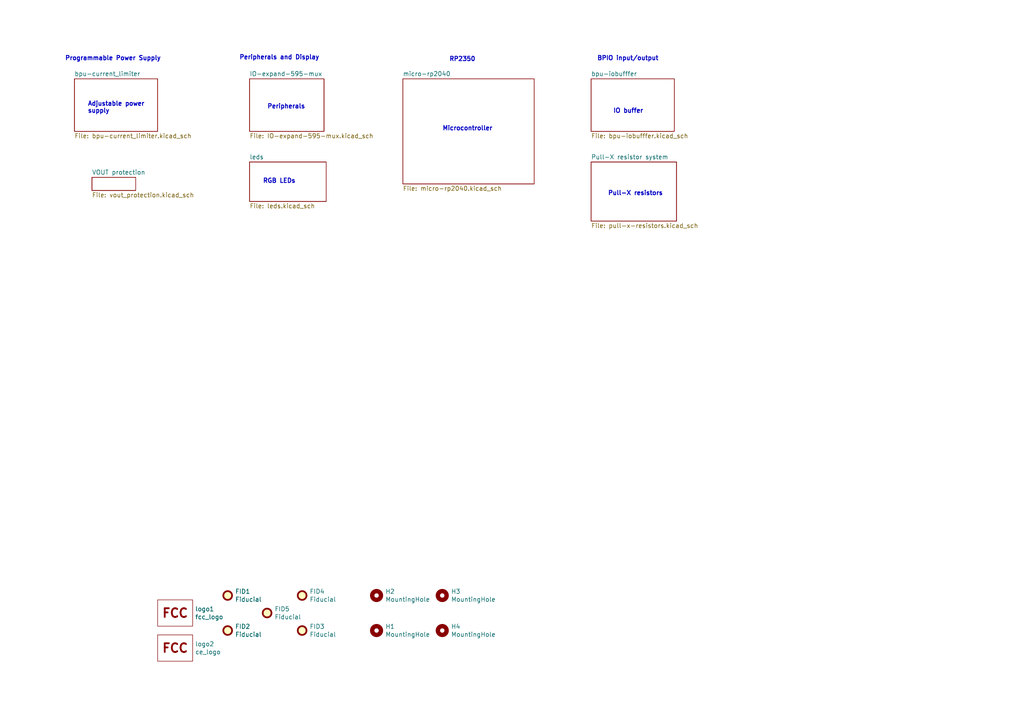
<source format=kicad_sch>
(kicad_sch (version 20250114) (generator "eeschema") (generator_version "9.0")
  (paper "A4")
  (lib_symbols
    (symbol "DP_logo_kicad:fcc_logo" (pin_names (offset 1.016))
      (property "Reference" "logo" (at 0 5.08 0))
      (property "Value" "fcc_logo" (at 0 -5.08 0))
      (symbol "fcc_logo_0_0"
        (rectangle (start -5.08 3.81) (end 5.08 -3.81))
        (text "FCC" (at 0 0 0) (effects (font (size 2.54 2.54) (bold yes))))
      )
    )
    (symbol "Mechanical:Fiducial"
      (property "Reference" "FID" (at 0 5.08 0))
      (property "Value" "Fiducial" (at 0 3.175 0))
      (symbol "Fiducial_0_1"
        (circle (center 0 0) (radius 1.27) (stroke (width 0.508)) (fill (type background)))
      )
    )
    (symbol "Mechanical:MountingHole" (pin_names (offset 1.016))
      (property "Reference" "H" (at 0 5.08 0))
      (property "Value" "MountingHole" (at 0 3.175 0))
      (symbol "MountingHole_0_1"
        (circle (center 0 0) (radius 1.27) (stroke (width 1.27)))
      )
    )
  )
  (text "Microcontroller" (at 128.27 38.1 0) (effects (font (size 1.27 1.27) (thickness 0.254) (bold yes)) (justify left bottom)))
  (text "Programmable Power Supply" (at 32.766 17.018 0) (effects (font (size 1.27 1.27) (thickness 0.254) (bold yes))))
  (text "BPIO input/output" (at 182.118 17.018 0) (effects (font (size 1.27 1.27) (thickness 0.254) (bold yes))))
  (text "Adjustable power \nsupply" (at 25.4 33.02 0) (effects (font (size 1.27 1.27) (thickness 0.254) (bold yes)) (justify left bottom)))
  (text "Peripherals and Display" (at 81.026 16.764 0) (effects (font (size 1.27 1.27) (thickness 0.254) (bold yes))))
  (text "IO buffer" (at 177.8 33.02 0) (effects (font (size 1.27 1.27) (thickness 0.254) (bold yes)) (justify left bottom)))
  (text "Peripherals" (at 77.47 31.75 0) (effects (font (size 1.27 1.27) (thickness 0.254) (bold yes)) (justify left bottom)))
  (text "RGB LEDs" (at 76.2 53.34 0) (effects (font (size 1.27 1.27) (thickness 0.254) (bold yes)) (justify left bottom)))
  (text "Pull-X resistors" (at 176.276 56.896 0) (effects (font (size 1.27 1.27) (thickness 0.254) (bold yes)) (justify left bottom)))
  (text "RP2350" (at 134.112 17.272 0) (effects (font (size 1.27 1.27) (thickness 0.254) (bold yes))))
  (symbol (lib_id "Mechanical:MountingHole") (at 109.22 172.72 0) (unit 1) (in_bom no)
    (property "Reference" "H2" (at 111.76 171.5516 0) (effects (justify left)))
    (property "Value" "MountingHole" (at 111.76 173.863 0) (effects (justify left)))
    (property "Footprint" "MountingHole:MountingHole_3.2mm_M3" (effects (hide yes)))
  )
  (symbol (lib_id "Mechanical:MountingHole") (at 109.22 182.88 0) (unit 1) (in_bom no)
    (property "Reference" "H1" (at 111.76 181.7116 0) (effects (justify left)))
    (property "Value" "MountingHole" (at 111.76 184.023 0) (effects (justify left)))
    (property "Footprint" "MountingHole:MountingHole_3.2mm_M3" (effects (hide yes)))
  )
  (symbol (lib_id "Mechanical:MountingHole") (at 128.27 172.72 0) (unit 1) (in_bom no)
    (property "Reference" "H3" (at 130.81 171.5516 0) (effects (justify left)))
    (property "Value" "MountingHole" (at 130.81 173.863 0) (effects (justify left)))
    (property "Footprint" "MountingHole:MountingHole_3.2mm_M3" (effects (hide yes)))
  )
  (symbol (lib_id "Mechanical:MountingHole") (at 128.27 182.88 0) (unit 1) (in_bom no)
    (property "Reference" "H4" (at 130.81 181.7116 0) (effects (justify left)))
    (property "Value" "MountingHole" (at 130.81 184.023 0) (effects (justify left)))
    (property "Footprint" "MountingHole:MountingHole_3.2mm_M3" (effects (hide yes)))
  )
  (symbol (lib_id "Mechanical:Fiducial") (at 66.04 172.72 0) (unit 1) (in_bom no)
    (property "Reference" "FID1" (at 68.199 171.5516 0) (effects (justify left)))
    (property "Value" "Fiducial" (at 68.199 173.863 0) (effects (justify left)))
    (property "Footprint" "Fiducial:Fiducial_1mm_Mask2mm" (effects (hide yes)))
  )
  (symbol (lib_id "Mechanical:Fiducial") (at 66.04 182.88 0) (unit 1) (in_bom no)
    (property "Reference" "FID2" (at 68.199 181.7116 0) (effects (justify left)))
    (property "Value" "Fiducial" (at 68.199 184.023 0) (effects (justify left)))
    (property "Footprint" "Fiducial:Fiducial_1mm_Mask2mm" (effects (hide yes)))
  )
  (symbol (lib_id "Mechanical:Fiducial") (at 87.63 182.88 0) (unit 1) (in_bom no)
    (property "Reference" "FID3" (at 89.789 181.7116 0) (effects (justify left)))
    (property "Value" "Fiducial" (at 89.789 184.023 0) (effects (justify left)))
    (property "Footprint" "Fiducial:Fiducial_1mm_Mask2mm" (effects (hide yes)))
  )
  (symbol (lib_id "Mechanical:Fiducial") (at 87.63 172.72 0) (unit 1) (in_bom no)
    (property "Reference" "FID4" (at 89.789 171.5516 0) (effects (justify left)))
    (property "Value" "Fiducial" (at 89.789 173.863 0) (effects (justify left)))
    (property "Footprint" "Fiducial:Fiducial_1mm_Mask2mm" (effects (hide yes)))
  )
  (symbol (lib_id "Mechanical:Fiducial") (at 77.47 177.8 0) (unit 1) (in_bom no)
    (property "Reference" "FID5" (at 79.629 176.6316 0) (effects (justify left)))
    (property "Value" "Fiducial" (at 79.629 178.943 0) (effects (justify left)))
    (property "Footprint" "Fiducial:Fiducial_1mm_Mask2mm" (effects (hide yes)))
  )
  (symbol (lib_id "DP_logo_kicad:fcc_logo") (at 50.8 177.8 0) (unit 1) (in_bom no)
    (property "Reference" "logo1" (at 56.5912 176.6316 0) (effects (justify left)))
    (property "Value" "fcc_logo" (at 56.5912 178.943 0) (effects (justify left)))
    (property "Footprint" "dp-logo:logo_fcc" (effects (hide yes)))
  )
  (symbol (lib_id "DP_logo_kicad:fcc_logo") (at 50.8 187.96 0) (unit 1) (in_bom no)
    (property "Reference" "logo2" (at 56.5912 186.7916 0) (effects (justify left)))
    (property "Value" "ce_logo" (at 56.5912 189.103 0) (effects (justify left)))
    (property "Footprint" "Symbol:CE-Logo_11.2x8mm_SilkScreen" (effects (hide yes)))
  )
  (sheet (at 171.45 22.86) (size 24.13 15.24)
    (property "Sheetname" "bpu-iobufffer" (at 171.45 22.1484 0) (effects (justify left bottom)))
    (property "Sheetfile" "bpu-iobufffer.kicad_sch" (at 171.45 38.6846 0) (effects (justify left top)))
  )
  (sheet (at 21.59 22.86) (size 24.13 15.24)
    (property "Sheetname" "bpu-current_limiter" (at 21.59 22.1484 0) (effects (justify left bottom)))
    (property "Sheetfile" "bpu-current_limiter.kicad_sch" (at 21.59 38.6846 0) (effects (justify left top)))
  )
  (sheet (at 116.84 22.86) (size 38.1 30.48)
    (property "Sheetname" "micro-rp2040" (at 116.84 22.1484 0) (effects (justify left bottom)))
    (property "Sheetfile" "micro-rp2040.kicad_sch" (at 116.84 53.9246 0) (effects (justify left top)))
  )
  (sheet (at 72.39 22.86) (size 21.59 15.24)
    (property "Sheetname" "IO-expand-595-mux" (at 72.39 22.1484 0) (effects (justify left bottom)))
    (property "Sheetfile" "IO-expand-595-mux.kicad_sch" (at 72.39 38.6846 0) (effects (justify left top)))
  )
  (sheet (at 72.39 46.99) (size 22.225 11.43)
    (property "Sheetname" "leds" (at 72.39 46.2784 0) (effects (justify left bottom)))
    (property "Sheetfile" "leds.kicad_sch" (at 72.39 59.0046 0) (effects (justify left top)))
  )
  (sheet (at 26.67 51.435) (size 12.7 3.81) (stroke (width 0.1524))
    (property "Sheetname" "VOUT protection" (at 26.67 50.7234 0) (effects (justify left bottom)))
    (property "Sheetfile" "vout_protection.kicad_sch" (at 26.67 55.8296 0) (effects (justify left top)))
  )
  (sheet (at 171.45 46.99) (size 24.765 17.145) (stroke (width 0.1524))
    (property "Sheetname" "Pull-X resistor system" (at 171.45 46.2784 0) (effects (justify left bottom)))
    (property "Sheetfile" "pull-x-resistors.kicad_sch" (at 171.45 64.7196 0) (effects (justify left top)))
  )
)
</source>
